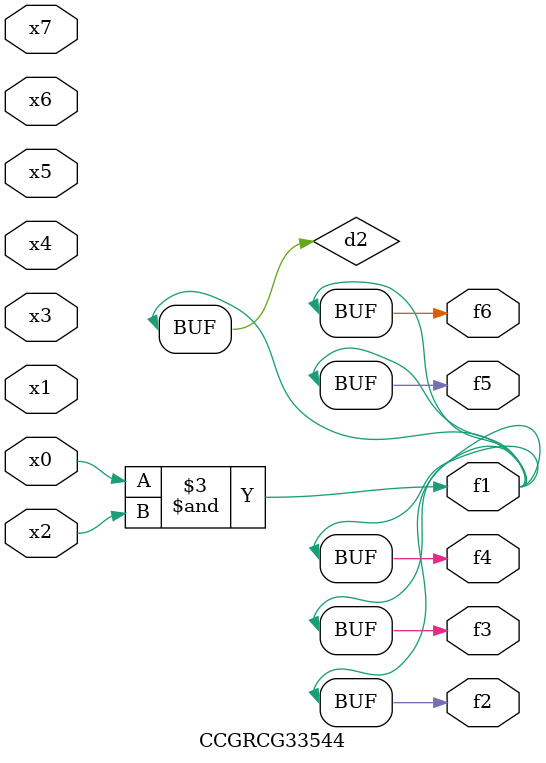
<source format=v>
module CCGRCG33544(
	input x0, x1, x2, x3, x4, x5, x6, x7,
	output f1, f2, f3, f4, f5, f6
);

	wire d1, d2;

	nor (d1, x3, x6);
	and (d2, x0, x2);
	assign f1 = d2;
	assign f2 = d2;
	assign f3 = d2;
	assign f4 = d2;
	assign f5 = d2;
	assign f6 = d2;
endmodule

</source>
